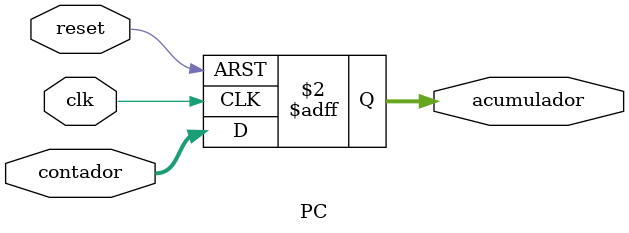
<source format=v>
module PC (
	input [31:0]contador,
	input clk,
	input reset,
	output reg [31:0]acumulador
);

always @(posedge clk or posedge reset) begin
	if(reset)begin
		acumulador = 32'd0;
	end
	else begin
		acumulador =  contador;
	end
end

endmodule

</source>
